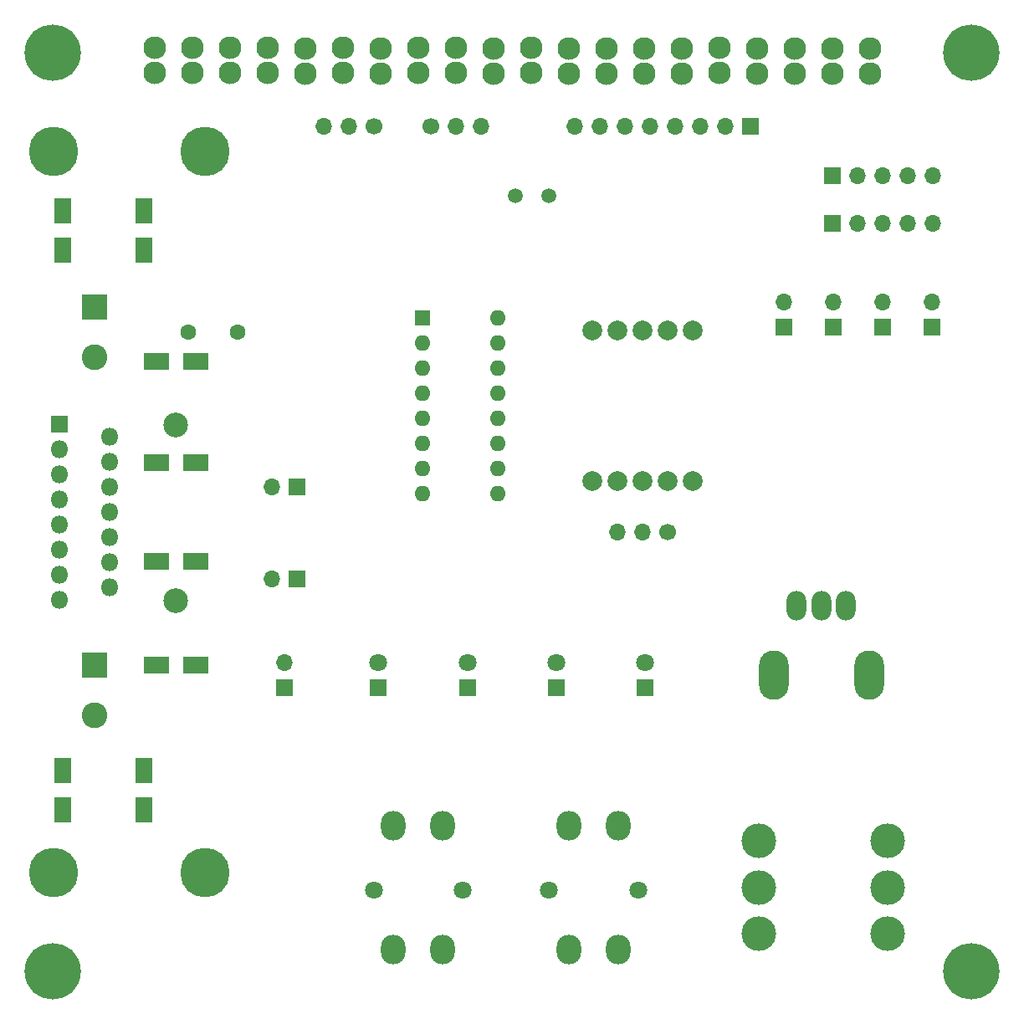
<source format=gbr>
%TF.GenerationSoftware,KiCad,Pcbnew,(6.0.9)*%
%TF.CreationDate,2022-12-19T14:35:32+01:00*%
%TF.ProjectId,myDAQExpansionBoard,6d794441-5145-4787-9061-6e73696f6e42,rev?*%
%TF.SameCoordinates,Original*%
%TF.FileFunction,Soldermask,Bot*%
%TF.FilePolarity,Negative*%
%FSLAX46Y46*%
G04 Gerber Fmt 4.6, Leading zero omitted, Abs format (unit mm)*
G04 Created by KiCad (PCBNEW (6.0.9)) date 2022-12-19 14:35:32*
%MOMM*%
%LPD*%
G01*
G04 APERTURE LIST*
%ADD10R,1.800000X1.800000*%
%ADD11C,1.800000*%
%ADD12C,1.600000*%
%ADD13C,5.700000*%
%ADD14R,1.700000X1.700000*%
%ADD15O,1.700000X1.700000*%
%ADD16C,2.000000*%
%ADD17C,1.700000*%
%ADD18O,3.000000X5.000000*%
%ADD19O,2.000000X3.000000*%
%ADD20C,2.300000*%
%ADD21O,1.800000X1.800000*%
%ADD22C,2.500000*%
%ADD23R,1.600000X1.600000*%
%ADD24O,1.600000X1.600000*%
%ADD25R,2.600000X2.600000*%
%ADD26C,2.600000*%
%ADD27C,5.000000*%
%ADD28C,1.500000*%
%ADD29O,2.500000X3.000000*%
%ADD30C,3.500000*%
%ADD31R,2.500000X1.800000*%
%ADD32R,1.800000X2.500000*%
G04 APERTURE END LIST*
D10*
%TO.C,D2*%
X114737500Y-101512500D03*
D11*
X114737500Y-98972500D03*
%TD*%
D12*
%TO.C,C5*%
X86500000Y-65545000D03*
X91500000Y-65545000D03*
%TD*%
D13*
%TO.C,H1*%
X72750000Y-37250000D03*
%TD*%
D14*
%TO.C,JP10*%
X97525000Y-90500000D03*
D15*
X94985000Y-90500000D03*
%TD*%
D16*
%TO.C,U2*%
X127380000Y-80620000D03*
X129920000Y-80620000D03*
X132460000Y-80620000D03*
X135000000Y-80620000D03*
X137540000Y-80620000D03*
X137540000Y-65380000D03*
X135000000Y-65380000D03*
X132460000Y-65380000D03*
X129920000Y-65380000D03*
X127380000Y-65380000D03*
%TD*%
D13*
%TO.C,H4*%
X72750000Y-130250000D03*
%TD*%
D17*
%TO.C,JP8*%
X111000000Y-44750000D03*
D15*
X113540000Y-44750000D03*
X116080000Y-44750000D03*
%TD*%
D18*
%TO.C,RV1*%
X155360500Y-100237500D03*
X145760500Y-100237500D03*
D19*
X153060500Y-93237500D03*
X150560500Y-93237500D03*
X148060500Y-93237500D03*
%TD*%
D14*
%TO.C,JP5*%
X96250000Y-101525000D03*
D15*
X96250000Y-98985000D03*
%TD*%
D14*
%TO.C,JP4*%
X161750000Y-65000000D03*
D15*
X161750000Y-62460000D03*
%TD*%
D14*
%TO.C,JP9*%
X97525000Y-81205000D03*
D15*
X94985000Y-81205000D03*
%TD*%
D14*
%TO.C,J3*%
X143375000Y-44750000D03*
D15*
X140835000Y-44750000D03*
X138295000Y-44750000D03*
X135755000Y-44750000D03*
X133215000Y-44750000D03*
X130675000Y-44750000D03*
X128135000Y-44750000D03*
X125595000Y-44750000D03*
%TD*%
D14*
%TO.C,J2*%
X151675000Y-54500000D03*
D15*
X154215000Y-54500000D03*
X156755000Y-54500000D03*
X159295000Y-54500000D03*
X161835000Y-54500000D03*
%TD*%
D20*
%TO.C,J4*%
X83055000Y-36800000D03*
X83055000Y-39340000D03*
X86865000Y-36760000D03*
X86865000Y-39300000D03*
X90675000Y-39340000D03*
X90675000Y-36800000D03*
X94485000Y-36760000D03*
X94485000Y-39300000D03*
X98295000Y-36840000D03*
X98295000Y-39380000D03*
X102105000Y-36800000D03*
X102105000Y-39340000D03*
X105915000Y-39380000D03*
X105915000Y-36840000D03*
X109725000Y-36800000D03*
X109725000Y-39340000D03*
X113535000Y-36800000D03*
X113535000Y-39340000D03*
X117345000Y-36840000D03*
X117345000Y-39380000D03*
X121155000Y-36800000D03*
X121155000Y-39340000D03*
X124965000Y-39420000D03*
X124965000Y-36880000D03*
X128775000Y-36840000D03*
X128775000Y-39380000D03*
X132585000Y-39420000D03*
X132585000Y-36880000D03*
X136395000Y-39380000D03*
X136395000Y-36840000D03*
X140205000Y-39340000D03*
X140205000Y-36800000D03*
X144015000Y-36880000D03*
X144015000Y-39420000D03*
X147825000Y-39380000D03*
X147825000Y-36840000D03*
X151635000Y-36880000D03*
X151635000Y-39420000D03*
X155445000Y-39380000D03*
X155445000Y-36840000D03*
%TD*%
D10*
%TO.C,U4*%
X73440000Y-74855000D03*
D21*
X78520000Y-76125000D03*
X73440000Y-77395000D03*
X78520000Y-78665000D03*
X73440000Y-79935000D03*
X78520000Y-81205000D03*
X73440000Y-82475000D03*
X78520000Y-83745000D03*
D22*
X85190000Y-92755000D03*
X85190000Y-74955000D03*
D21*
X73440000Y-85015000D03*
X78520000Y-86285000D03*
X73440000Y-87555000D03*
X78520000Y-88825000D03*
X73440000Y-90095000D03*
X78520000Y-91365000D03*
X73440000Y-92635000D03*
%TD*%
D17*
%TO.C,JP7*%
X105275000Y-44750000D03*
D15*
X102735000Y-44750000D03*
X100195000Y-44750000D03*
%TD*%
D10*
%TO.C,D3*%
X123737500Y-101512500D03*
D11*
X123737500Y-98972500D03*
%TD*%
D23*
%TO.C,U1*%
X110160000Y-64125000D03*
D24*
X110160000Y-66665000D03*
X110160000Y-69205000D03*
X110160000Y-71745000D03*
X110160000Y-74285000D03*
X110160000Y-76825000D03*
X110160000Y-79365000D03*
X110160000Y-81905000D03*
X117780000Y-81905000D03*
X117780000Y-79365000D03*
X117780000Y-76825000D03*
X117780000Y-74285000D03*
X117780000Y-71745000D03*
X117780000Y-69205000D03*
X117780000Y-66665000D03*
X117780000Y-64125000D03*
%TD*%
D25*
%TO.C,J6*%
X77000000Y-99250000D03*
D26*
X77000000Y-104330000D03*
%TD*%
D14*
%TO.C,JP1*%
X156750000Y-65025000D03*
D15*
X156750000Y-62485000D03*
%TD*%
D27*
%TO.C,J8*%
X72850000Y-120250000D03*
X88150000Y-120250000D03*
%TD*%
D28*
%TO.C,R17*%
X119550000Y-51750000D03*
X122950000Y-51750000D03*
%TD*%
D11*
%TO.C,SW4*%
X123000000Y-122000000D03*
X132000000Y-122000000D03*
D29*
X130000000Y-115500000D03*
X130000000Y-128000000D03*
X125000000Y-128000000D03*
X125000000Y-115500000D03*
%TD*%
D10*
%TO.C,D1*%
X105737500Y-101512500D03*
D11*
X105737500Y-98972500D03*
%TD*%
D17*
%TO.C,JP6*%
X135010000Y-85750000D03*
D15*
X132470000Y-85750000D03*
X129930000Y-85750000D03*
%TD*%
D13*
%TO.C,H3*%
X165750000Y-130250000D03*
%TD*%
D30*
%TO.C,SW1*%
X144250000Y-126450000D03*
X144250000Y-121750000D03*
X144250000Y-117050000D03*
%TD*%
D27*
%TO.C,J7*%
X88150000Y-47250000D03*
X72850000Y-47250000D03*
%TD*%
D30*
%TO.C,SW2*%
X157250000Y-126450000D03*
X157250000Y-121750000D03*
X157250000Y-117050000D03*
%TD*%
D14*
%TO.C,JP2*%
X146750000Y-65025000D03*
D15*
X146750000Y-62485000D03*
%TD*%
D14*
%TO.C,JP3*%
X151750000Y-65025000D03*
D15*
X151750000Y-62485000D03*
%TD*%
D11*
%TO.C,SW3*%
X105250000Y-122000000D03*
X114250000Y-122000000D03*
D29*
X112250000Y-128000000D03*
X112250000Y-115500000D03*
X107250000Y-128000000D03*
X107250000Y-115500000D03*
%TD*%
D10*
%TO.C,D4*%
X132737500Y-101512500D03*
D11*
X132737500Y-98972500D03*
%TD*%
D25*
%TO.C,J5*%
X77000000Y-63000000D03*
D26*
X77000000Y-68080000D03*
%TD*%
D14*
%TO.C,J1*%
X151675000Y-49750000D03*
D15*
X154215000Y-49750000D03*
X156755000Y-49750000D03*
X159295000Y-49750000D03*
X161835000Y-49750000D03*
%TD*%
D13*
%TO.C,H2*%
X165750000Y-37250000D03*
%TD*%
D31*
%TO.C,D6*%
X87250000Y-99250000D03*
X83250000Y-99250000D03*
%TD*%
%TO.C,D5*%
X87250000Y-88750000D03*
X83250000Y-88750000D03*
%TD*%
D32*
%TO.C,D10*%
X73750000Y-109900000D03*
X73750000Y-113900000D03*
%TD*%
%TO.C,D11*%
X82000000Y-57250000D03*
X82000000Y-53250000D03*
%TD*%
%TO.C,D9*%
X82000000Y-109900000D03*
X82000000Y-113900000D03*
%TD*%
D31*
%TO.C,D7*%
X87250000Y-78750000D03*
X83250000Y-78750000D03*
%TD*%
D32*
%TO.C,D12*%
X73750000Y-57250000D03*
X73750000Y-53250000D03*
%TD*%
D31*
%TO.C,D8*%
X87250000Y-68500000D03*
X83250000Y-68500000D03*
%TD*%
M02*

</source>
